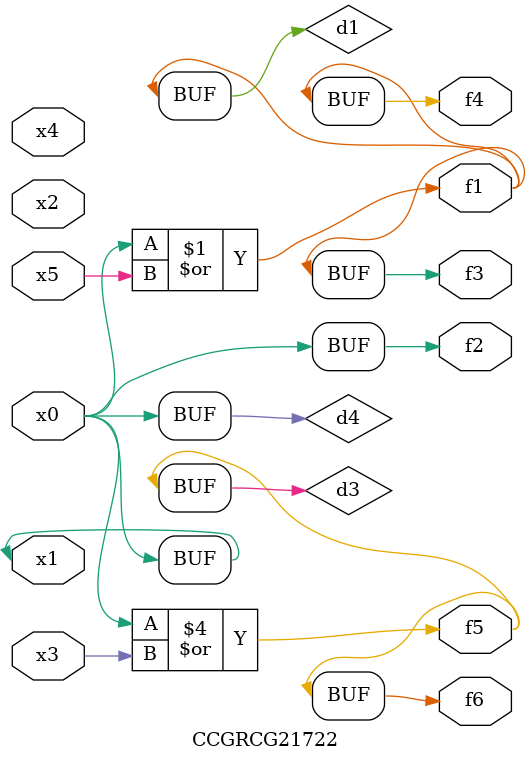
<source format=v>
module CCGRCG21722(
	input x0, x1, x2, x3, x4, x5,
	output f1, f2, f3, f4, f5, f6
);

	wire d1, d2, d3, d4;

	or (d1, x0, x5);
	xnor (d2, x1, x4);
	or (d3, x0, x3);
	buf (d4, x0, x1);
	assign f1 = d1;
	assign f2 = d4;
	assign f3 = d1;
	assign f4 = d1;
	assign f5 = d3;
	assign f6 = d3;
endmodule

</source>
